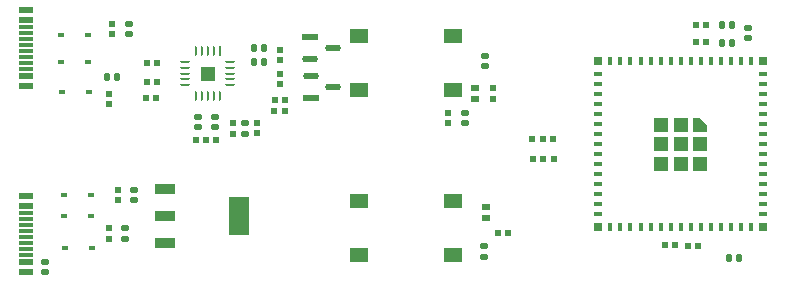
<source format=gtp>
G04*
G04 #@! TF.GenerationSoftware,Altium Limited,Altium Designer,24.3.1 (35)*
G04*
G04 Layer_Color=8421504*
%FSLAX25Y25*%
%MOIN*%
G70*
G04*
G04 #@! TF.SameCoordinates,18358673-9EB0-4F65-8AD0-3A3BFD57A4A7*
G04*
G04*
G04 #@! TF.FilePolarity,Positive*
G04*
G01*
G75*
%ADD16R,0.05105X0.05105*%
G04:AMPARAMS|DCode=17|XSize=23.62mil|YSize=21.26mil|CornerRadius=5.63mil|HoleSize=0mil|Usage=FLASHONLY|Rotation=180.000|XOffset=0mil|YOffset=0mil|HoleType=Round|Shape=RoundedRectangle|*
%AMROUNDEDRECTD17*
21,1,0.02362,0.00999,0,0,180.0*
21,1,0.01235,0.02126,0,0,180.0*
1,1,0.01127,-0.00618,0.00500*
1,1,0.01127,0.00618,0.00500*
1,1,0.01127,0.00618,-0.00500*
1,1,0.01127,-0.00618,-0.00500*
%
%ADD17ROUNDEDRECTD17*%
G04:AMPARAMS|DCode=18|XSize=35.43mil|YSize=68.9mil|CornerRadius=1.95mil|HoleSize=0mil|Usage=FLASHONLY|Rotation=90.000|XOffset=0mil|YOffset=0mil|HoleType=Round|Shape=RoundedRectangle|*
%AMROUNDEDRECTD18*
21,1,0.03543,0.06500,0,0,90.0*
21,1,0.03154,0.06890,0,0,90.0*
1,1,0.00390,0.03250,0.01577*
1,1,0.00390,0.03250,-0.01577*
1,1,0.00390,-0.03250,-0.01577*
1,1,0.00390,-0.03250,0.01577*
%
%ADD18ROUNDEDRECTD18*%
G04:AMPARAMS|DCode=19|XSize=125.98mil|YSize=68.9mil|CornerRadius=2.07mil|HoleSize=0mil|Usage=FLASHONLY|Rotation=90.000|XOffset=0mil|YOffset=0mil|HoleType=Round|Shape=RoundedRectangle|*
%AMROUNDEDRECTD19*
21,1,0.12598,0.06476,0,0,90.0*
21,1,0.12185,0.06890,0,0,90.0*
1,1,0.00413,0.03238,0.06093*
1,1,0.00413,0.03238,-0.06093*
1,1,0.00413,-0.03238,-0.06093*
1,1,0.00413,-0.03238,0.06093*
%
%ADD19ROUNDEDRECTD19*%
G04:AMPARAMS|DCode=20|XSize=9.55mil|YSize=33.06mil|CornerRadius=4.77mil|HoleSize=0mil|Usage=FLASHONLY|Rotation=270.000|XOffset=0mil|YOffset=0mil|HoleType=Round|Shape=RoundedRectangle|*
%AMROUNDEDRECTD20*
21,1,0.00955,0.02351,0,0,270.0*
21,1,0.00000,0.03306,0,0,270.0*
1,1,0.00955,-0.01176,0.00000*
1,1,0.00955,-0.01176,0.00000*
1,1,0.00955,0.01176,0.00000*
1,1,0.00955,0.01176,0.00000*
%
%ADD20ROUNDEDRECTD20*%
G04:AMPARAMS|DCode=21|XSize=33.06mil|YSize=9.55mil|CornerRadius=4.77mil|HoleSize=0mil|Usage=FLASHONLY|Rotation=270.000|XOffset=0mil|YOffset=0mil|HoleType=Round|Shape=RoundedRectangle|*
%AMROUNDEDRECTD21*
21,1,0.03306,0.00000,0,0,270.0*
21,1,0.02351,0.00955,0,0,270.0*
1,1,0.00955,0.00000,-0.01176*
1,1,0.00955,0.00000,0.01176*
1,1,0.00955,0.00000,0.01176*
1,1,0.00955,0.00000,-0.01176*
%
%ADD21ROUNDEDRECTD21*%
%ADD22R,0.00955X0.03306*%
%ADD23R,0.01929X0.01772*%
%ADD24R,0.02126X0.02362*%
%ADD25R,0.02756X0.02362*%
%ADD26R,0.02362X0.02126*%
G04:AMPARAMS|DCode=27|XSize=23.62mil|YSize=21.26mil|CornerRadius=5.63mil|HoleSize=0mil|Usage=FLASHONLY|Rotation=270.000|XOffset=0mil|YOffset=0mil|HoleType=Round|Shape=RoundedRectangle|*
%AMROUNDEDRECTD27*
21,1,0.02362,0.00999,0,0,270.0*
21,1,0.01235,0.02126,0,0,270.0*
1,1,0.01127,-0.00500,-0.00618*
1,1,0.01127,-0.00500,0.00618*
1,1,0.01127,0.00500,0.00618*
1,1,0.01127,0.00500,-0.00618*
%
%ADD27ROUNDEDRECTD27*%
%ADD28R,0.06102X0.05118*%
%ADD29R,0.05343X0.02253*%
G04:AMPARAMS|DCode=30|XSize=53.43mil|YSize=22.53mil|CornerRadius=11.26mil|HoleSize=0mil|Usage=FLASHONLY|Rotation=0.000|XOffset=0mil|YOffset=0mil|HoleType=Round|Shape=RoundedRectangle|*
%AMROUNDEDRECTD30*
21,1,0.05343,0.00000,0,0,0.0*
21,1,0.03091,0.02253,0,0,0.0*
1,1,0.02253,0.01545,0.00000*
1,1,0.02253,-0.01545,0.00000*
1,1,0.02253,-0.01545,0.00000*
1,1,0.02253,0.01545,0.00000*
%
%ADD30ROUNDEDRECTD30*%
%ADD31R,0.04528X0.02362*%
%ADD32R,0.04528X0.01181*%
%ADD33R,0.04724X0.04724*%
%ADD34R,0.03150X0.01575*%
%ADD35R,0.01575X0.03150*%
%ADD36R,0.03150X0.03150*%
G36*
X245775Y57095D02*
Y61819D01*
X248137D01*
X250499Y59457D01*
Y57095D01*
X245775D01*
D02*
G37*
D16*
X84000Y76500D02*
D03*
D17*
X57600Y92993D02*
D03*
Y89607D02*
D03*
X29800Y13593D02*
D03*
Y10207D02*
D03*
X56500Y21500D02*
D03*
Y24886D02*
D03*
X96300Y56507D02*
D03*
Y59893D02*
D03*
X59300Y34307D02*
D03*
Y37693D02*
D03*
X86300Y58707D02*
D03*
Y62093D02*
D03*
X80626Y58678D02*
D03*
Y62064D02*
D03*
X264100Y88407D02*
D03*
Y91793D02*
D03*
X176400Y79007D02*
D03*
Y82393D02*
D03*
X169700Y63293D02*
D03*
Y59907D02*
D03*
X176200Y18893D02*
D03*
Y15507D02*
D03*
D18*
X69894Y38055D02*
D03*
Y29000D02*
D03*
Y19945D02*
D03*
D19*
X94500Y29000D02*
D03*
D20*
X91541Y80437D02*
D03*
Y78469D02*
D03*
Y76500D02*
D03*
Y74532D02*
D03*
Y72563D02*
D03*
X76459D02*
D03*
Y74532D02*
D03*
Y76500D02*
D03*
Y78469D02*
D03*
Y80437D02*
D03*
D21*
X87937Y68959D02*
D03*
X85969D02*
D03*
X84000D02*
D03*
X82032D02*
D03*
X80063D02*
D03*
Y84041D02*
D03*
X82032D02*
D03*
X84000D02*
D03*
X85969D02*
D03*
D22*
X87937D02*
D03*
D23*
X35212Y89200D02*
D03*
X44188D02*
D03*
X45288Y18400D02*
D03*
X36312D02*
D03*
X44388Y70500D02*
D03*
X35412D02*
D03*
X36012Y36100D02*
D03*
X44988D02*
D03*
X36012Y28900D02*
D03*
X44988D02*
D03*
X35112Y80400D02*
D03*
X44088D02*
D03*
D24*
X192498Y48100D02*
D03*
X195900D02*
D03*
X63599Y73800D02*
D03*
X67001D02*
D03*
X63699Y80100D02*
D03*
X67101D02*
D03*
X199299Y48100D02*
D03*
X195898D02*
D03*
X195600Y54600D02*
D03*
X199002D02*
D03*
X192200D02*
D03*
X195602D02*
D03*
X86902Y54500D02*
D03*
X83500D02*
D03*
X109700Y67600D02*
D03*
X106298D02*
D03*
X106251Y64050D02*
D03*
X109652D02*
D03*
X83500Y54500D02*
D03*
X80098D02*
D03*
X66901Y68500D02*
D03*
X63499D02*
D03*
X250223Y92575D02*
D03*
X246821D02*
D03*
X250223Y87075D02*
D03*
X246821D02*
D03*
X244013Y19173D02*
D03*
X247414D02*
D03*
X236399Y19200D02*
D03*
X239801D02*
D03*
X180719Y23177D02*
D03*
X184120D02*
D03*
D25*
X176900Y32070D02*
D03*
Y28330D02*
D03*
X173106Y67926D02*
D03*
Y71666D02*
D03*
D26*
X178988Y68139D02*
D03*
Y71540D02*
D03*
X51200Y21499D02*
D03*
Y24901D02*
D03*
X108084Y76489D02*
D03*
Y73088D02*
D03*
X100500Y56699D02*
D03*
Y60101D02*
D03*
X54172Y34275D02*
D03*
Y37676D02*
D03*
X92400Y56499D02*
D03*
Y59901D02*
D03*
X51014Y69776D02*
D03*
Y66374D02*
D03*
X52223Y93066D02*
D03*
Y89665D02*
D03*
X108200Y84301D02*
D03*
Y80899D02*
D03*
X164200Y63301D02*
D03*
Y59899D02*
D03*
D27*
X50407Y75200D02*
D03*
X53793D02*
D03*
X99299Y85014D02*
D03*
X102685D02*
D03*
X261200Y14900D02*
D03*
X257814D02*
D03*
X102693Y80500D02*
D03*
X99307D02*
D03*
X258715Y92575D02*
D03*
X255329D02*
D03*
X258893Y86600D02*
D03*
X255507D02*
D03*
D28*
X134350Y33858D02*
D03*
X165650D02*
D03*
X134350Y16142D02*
D03*
X165650D02*
D03*
Y71142D02*
D03*
X134350D02*
D03*
X165650Y88858D02*
D03*
X134350D02*
D03*
D29*
X118300Y68320D02*
D03*
X118200Y88800D02*
D03*
D30*
X118300Y75800D02*
D03*
X125785Y72060D02*
D03*
X118200Y81320D02*
D03*
X125685Y85060D02*
D03*
D31*
X23264Y10409D02*
D03*
Y35606D02*
D03*
Y32457D02*
D03*
Y13559D02*
D03*
Y75559D02*
D03*
Y94457D02*
D03*
Y97606D02*
D03*
Y72409D02*
D03*
D32*
Y16118D02*
D03*
Y18087D02*
D03*
Y20055D02*
D03*
Y22024D02*
D03*
Y23992D02*
D03*
Y25961D02*
D03*
Y27929D02*
D03*
Y29898D02*
D03*
Y91898D02*
D03*
Y89929D02*
D03*
Y87961D02*
D03*
Y85992D02*
D03*
Y84024D02*
D03*
Y82055D02*
D03*
Y80087D02*
D03*
Y78118D02*
D03*
D33*
X241641Y59457D02*
D03*
X235145D02*
D03*
Y52961D02*
D03*
Y46465D02*
D03*
X241641D02*
D03*
X248137D02*
D03*
Y52961D02*
D03*
X241641D02*
D03*
D34*
X269200Y76386D02*
D03*
Y73039D02*
D03*
Y69693D02*
D03*
Y66347D02*
D03*
Y63000D02*
D03*
Y59654D02*
D03*
Y56307D02*
D03*
Y52961D02*
D03*
Y49614D02*
D03*
Y46268D02*
D03*
Y42921D02*
D03*
Y39575D02*
D03*
Y36228D02*
D03*
Y32882D02*
D03*
Y29535D02*
D03*
X214082D02*
D03*
Y32882D02*
D03*
Y36228D02*
D03*
Y39575D02*
D03*
Y42921D02*
D03*
Y46268D02*
D03*
Y49614D02*
D03*
Y52961D02*
D03*
Y56307D02*
D03*
Y59654D02*
D03*
Y63000D02*
D03*
Y66347D02*
D03*
Y69693D02*
D03*
Y73039D02*
D03*
Y76386D02*
D03*
D35*
X265066Y25402D02*
D03*
X261720D02*
D03*
X258373D02*
D03*
X255027D02*
D03*
X251680D02*
D03*
X248334D02*
D03*
X244987D02*
D03*
X241641D02*
D03*
X238295D02*
D03*
X234948D02*
D03*
X231602D02*
D03*
X228255D02*
D03*
X224909D02*
D03*
X221562D02*
D03*
X218216D02*
D03*
Y80520D02*
D03*
X221562D02*
D03*
X224909D02*
D03*
X228255D02*
D03*
X231602D02*
D03*
X234948D02*
D03*
X238295D02*
D03*
X241641D02*
D03*
X244987D02*
D03*
X248334D02*
D03*
X251680D02*
D03*
X255027D02*
D03*
X258373D02*
D03*
X261720D02*
D03*
X265066D02*
D03*
D36*
X214082Y25402D02*
D03*
X269200D02*
D03*
X214082Y80520D02*
D03*
X269200D02*
D03*
M02*

</source>
